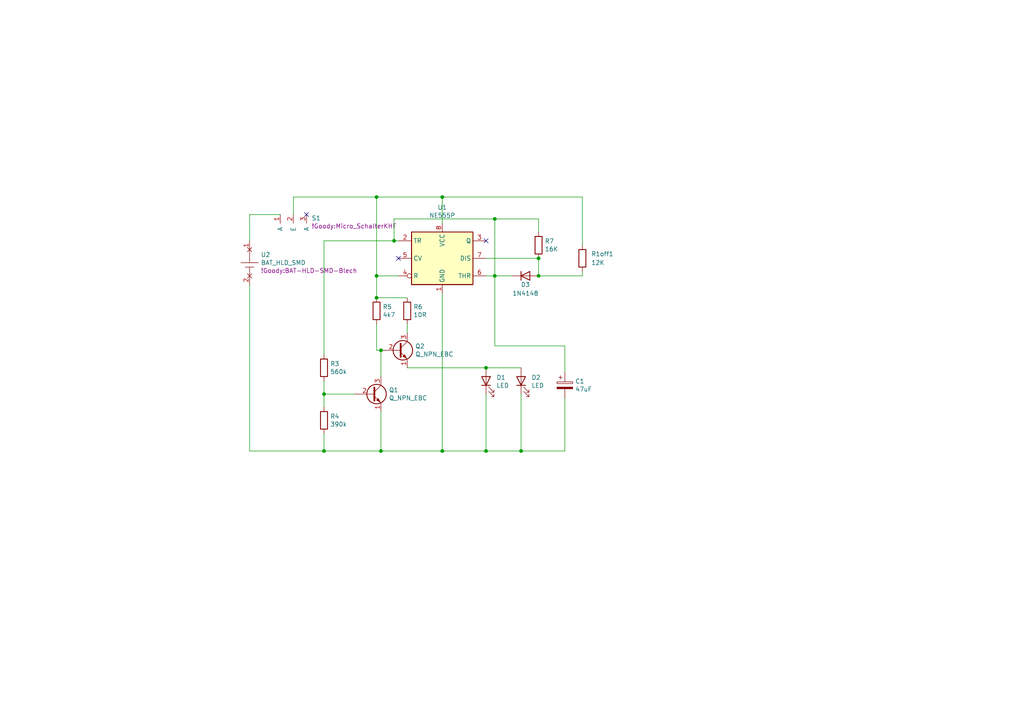
<source format=kicad_sch>
(kicad_sch (version 20230121) (generator eeschema)
  (paper "A4")
  (lib_symbols
    (symbol "!Goody:BAT_HLD_SMD" (pin_names (offset 1.016))
      (property "Reference" "U" (at -5.08 0 0))
      (property "Value" "BAT_HLD_SMD" (at -10.16 3.81 0))
      (property "Footprint" "KHF_LIB:BAT-HLD-SMD" (at -15.24 6.35 0))
      (symbol "BAT_HLD_SMD_0_1"
        (rectangle (start -1.27 -1.27) (end 1.27 -1.27))
        (rectangle (start -1.27 0) (end -2.54 0))
        (rectangle (start -1.27 0) (end 1.27 0))
        (polyline (pts (xy 0 -3.81) (xy 0 -1.27)))
        (polyline (pts (xy 0 0) (xy 0 3.81)))
        (polyline (pts (xy 1.27 0) (xy 2.54 0)))
      )
      (symbol "BAT_HLD_SMD_1_1"
        (pin power_out non_logic (at 0 6.35 270) (length 2.54) (name "~") (number "1"))
        (pin power_out non_logic (at 0 -6.35 90) (length 2.54) (name "~") (number "2"))
      )
    )
    (symbol "!Goody:ELKO" (pin_numbers hide) (pin_names (offset 0.254))
      (property "Reference" "C" (at 0.635 2.54 0))
      (property "Value" "ELKO" (at 0.635 -2.54 0))
      (symbol "ELKO_0_1"
        (rectangle (start -2.286 0.508) (end 2.286 1.016))
        (polyline (pts (xy -1.778 2.286) (xy -0.762 2.286)))
        (polyline (pts (xy -1.27 2.794) (xy -1.27 1.778)))
        (rectangle (start 2.286 -0.508) (end -2.286 -1.016) (fill (type outline)))
      )
      (symbol "ELKO_1_1"
        (pin passive line (at 0 3.81 270) (length 2.794) (name "~") (number "1"))
        (pin passive line (at 0 -3.81 90) (length 2.794) (name "~") (number "2"))
      )
    )
    (symbol "!Goody:LED" (pin_numbers hide) (pin_names (offset 1.016) hide)
      (property "Reference" "D" (at 0 2.54 0))
      (property "Value" "LED" (at 2.54 -2.54 90))
      (symbol "LED_0_1"
        (polyline (pts (xy 0 -3.81) (xy 0 -1.27)))
        (polyline (pts (xy 1.27 -3.81) (xy -1.27 -3.81)) (stroke (width 0.254)))
        (polyline (pts (xy 1.27 -1.27) (xy -1.27 -1.27) (xy 0 -3.81) (xy 1.27 -1.27)) (stroke (width 0.254)))
        (polyline (pts (xy 0.762 -5.588) (xy 2.286 -7.112) (xy 2.286 -6.35) (xy 2.286 -7.112) (xy 1.524 -7.112)))
        (polyline (pts (xy 0.762 -4.318) (xy 2.286 -5.842) (xy 2.286 -5.08) (xy 2.286 -5.842) (xy 1.524 -5.842)))
      )
      (symbol "LED_1_1"
        (pin passive line (at 0 -6.35 90) (length 2.54) (name "K") (number "1"))
        (pin passive line (at 0 1.27 270) (length 2.54) (name "A") (number "2"))
      )
    )
    (symbol "!Goody:Micro_Schalter" (pin_names (offset 1.016))
      (property "Reference" "S" (at 0 0 0))
      (property "Footprint" "KHF_LIB:Micro_SchalterKHF" (at 0 0 0))
      (symbol "Micro_Schalter_1_1"
        (pin passive line (at -3.81 -2.54 270) (length 2.54) (name "A") (number "1"))
        (pin passive line (at 0 -2.54 270) (length 2.54) (name "E") (number "2"))
        (pin passive line (at 3.81 -2.54 270) (length 2.54) (name "A") (number "3"))
      )
    )
    (symbol "!Goody:R" (pin_numbers hide) (pin_names (offset 0))
      (property "Reference" "R" (at 2.032 0 90))
      (property "Value" "R" (at 0 0 90))
      (symbol "R_0_1"
        (rectangle (start -1.016 -2.54) (end 1.016 2.54) (stroke (width 0.254)))
      )
      (symbol "R_1_1"
        (pin passive line (at 0 3.81 270) (length 1.27) (name "~") (number "1"))
        (pin passive line (at 0 -3.81 90) (length 1.27) (name "~") (number "2"))
      )
    )
    (symbol "Device:Q_NPN_EBC" (pin_names (offset 0) hide)
      (property "Reference" "Q" (at 5.08 1.27 0))
      (property "Value" "Q_NPN_EBC" (at 5.08 -1.27 0))
      (symbol "Q_NPN_EBC_0_1"
        (polyline (pts (xy 0.635 0.635) (xy 2.54 2.54)))
        (polyline (pts (xy 0.635 -0.635) (xy 2.54 -2.54) (xy 2.54 -2.54)))
        (polyline (pts (xy 0.635 1.905) (xy 0.635 -1.905) (xy 0.635 -1.905)) (stroke (width 0.508)))
        (polyline (pts (xy 1.27 -1.778) (xy 1.778 -1.27) (xy 2.286 -2.286) (xy 1.27 -1.778) (xy 1.27 -1.778)) (fill (type outline)))
        (circle (center 1.27 0) (radius 2.8194) (stroke (width 0.254)))
      )
      (symbol "Q_NPN_EBC_1_1"
        (pin passive line (at 2.54 -5.08 90) (length 2.54) (name "E") (number "1"))
        (pin passive line (at -5.08 0 0) (length 5.715) (name "B") (number "2"))
        (pin passive line (at 2.54 5.08 270) (length 2.54) (name "C") (number "3"))
      )
    )
    (symbol "Diode:1N4148" (pin_numbers hide) (pin_names hide)
      (property "Reference" "D" (at 0 2.54 0))
      (property "Value" "1N4148" (at 0 -2.54 0))
      (symbol "1N4148_0_1"
        (polyline (pts (xy -1.27 1.27) (xy -1.27 -1.27)) (stroke (width 0.254)))
        (polyline (pts (xy 1.27 0) (xy -1.27 0)))
        (polyline (pts (xy 1.27 1.27) (xy 1.27 -1.27) (xy -1.27 0) (xy 1.27 1.27)) (stroke (width 0.254)))
      )
      (symbol "1N4148_1_1"
        (pin passive line (at -3.81 0 0) (length 2.54) (name "K") (number "1"))
        (pin passive line (at 3.81 0 180) (length 2.54) (name "A") (number "2"))
      )
    )
    (symbol "Timer:NE555P"
      (property "Reference" "U" (at -10.16 8.89 0))
      (property "Value" "NE555P" (at 2.54 8.89 0))
      (symbol "NE555P_0_0"
        (pin power_in line (at 0 -10.16 90) (length 2.54) (name "GND") (number "1"))
        (pin power_in line (at 0 10.16 270) (length 2.54) (name "VCC") (number "8"))
      )
      (symbol "NE555P_0_1"
        (rectangle (start -8.89 -7.62) (end 8.89 7.62) (stroke (width 0.254)) (fill (type background)))
        (rectangle (start -8.89 -7.62) (end 8.89 7.62) (stroke (width 0.254)) (fill (type background)))
      )
      (symbol "NE555P_1_1"
        (pin input line (at -12.7 5.08 0) (length 3.81) (name "TR") (number "2"))
        (pin output line (at 12.7 5.08 180) (length 3.81) (name "Q") (number "3"))
        (pin input inverted (at -12.7 -5.08 0) (length 3.81) (name "R") (number "4"))
        (pin input line (at -12.7 0 0) (length 3.81) (name "CV") (number "5"))
        (pin input line (at 12.7 -5.08 180) (length 3.81) (name "THR") (number "6"))
        (pin input line (at 12.7 0 180) (length 3.81) (name "DIS") (number "7"))
      )
    )
  )
  (junction (at 156.21 80.01))
  (junction (at 109.22 80.01))
  (junction (at 109.22 86.36))
  (junction (at 109.22 57.15))
  (junction (at 110.49 130.81))
  (junction (at 93.98 130.81))
  (junction (at 114.3 69.85))
  (junction (at 128.27 130.81))
  (junction (at 128.27 57.15))
  (junction (at 143.51 63.5))
  (junction (at 93.98 114.3))
  (junction (at 110.49 101.6))
  (junction (at 156.21 74.93))
  (junction (at 151.13 130.81))
  (junction (at 140.97 130.81))
  (junction (at 140.97 106.68))
  (junction (at 143.51 80.01))
  (no_connect (at 88.9 62.23))
  (no_connect (at 140.97 69.85))
  (no_connect (at 115.57 74.93))
  (wire (pts (xy 109.22 57.15) (xy 128.27 57.15)))
  (wire (pts (xy 156.21 80.01) (xy 168.91 80.01)))
  (wire (pts (xy 118.11 96.52) (xy 118.11 93.98)))
  (wire (pts (xy 118.11 86.36) (xy 109.22 86.36)))
  (wire (pts (xy 93.98 69.85) (xy 114.3 69.85)))
  (wire (pts (xy 93.98 125.73) (xy 93.98 130.81)))
  (wire (pts (xy 143.51 100.33) (xy 163.83 100.33)))
  (wire (pts (xy 72.39 82.55) (xy 72.39 130.81)))
  (wire (pts (xy 156.21 63.5) (xy 143.51 63.5)))
  (wire (pts (xy 72.39 130.81) (xy 93.98 130.81)))
  (wire (pts (xy 109.22 101.6) (xy 110.49 101.6)))
  (wire (pts (xy 93.98 118.11) (xy 93.98 114.3)))
  (wire (pts (xy 143.51 80.01) (xy 143.51 100.33)))
  (wire (pts (xy 109.22 86.36) (xy 109.22 80.01)))
  (wire (pts (xy 168.91 57.15) (xy 168.91 71.12)))
  (wire (pts (xy 72.39 62.23) (xy 81.28 62.23)))
  (wire (pts (xy 140.97 106.68) (xy 151.13 106.68)))
  (wire (pts (xy 93.98 114.3) (xy 93.98 110.49)))
  (wire (pts (xy 128.27 57.15) (xy 128.27 64.77)))
  (wire (pts (xy 140.97 106.68) (xy 118.11 106.68)))
  (wire (pts (xy 85.09 62.23) (xy 85.09 57.15)))
  (wire (pts (xy 128.27 57.15) (xy 168.91 57.15)))
  (wire (pts (xy 163.83 130.81) (xy 151.13 130.81)))
  (wire (pts (xy 93.98 130.81) (xy 110.49 130.81)))
  (wire (pts (xy 110.49 130.81) (xy 128.27 130.81)))
  (wire (pts (xy 163.83 100.33) (xy 163.83 107.95)))
  (wire (pts (xy 72.39 69.85) (xy 72.39 62.23)))
  (wire (pts (xy 128.27 130.81) (xy 140.97 130.81)))
  (wire (pts (xy 110.49 119.38) (xy 110.49 130.81)))
  (wire (pts (xy 140.97 130.81) (xy 151.13 130.81)))
  (wire (pts (xy 140.97 74.93) (xy 156.21 74.93)))
  (wire (pts (xy 148.59 80.01) (xy 143.51 80.01)))
  (wire (pts (xy 140.97 114.3) (xy 140.97 130.81)))
  (wire (pts (xy 156.21 67.31) (xy 156.21 63.5)))
  (wire (pts (xy 110.49 101.6) (xy 110.49 109.22)))
  (wire (pts (xy 163.83 115.57) (xy 163.83 130.81)))
  (wire (pts (xy 93.98 69.85) (xy 93.98 102.87)))
  (wire (pts (xy 156.21 74.93) (xy 156.21 80.01)))
  (wire (pts (xy 143.51 63.5) (xy 114.3 63.5)))
  (wire (pts (xy 109.22 80.01) (xy 109.22 57.15)))
  (wire (pts (xy 115.57 80.01) (xy 109.22 80.01)))
  (wire (pts (xy 168.91 80.01) (xy 168.91 78.74)))
  (wire (pts (xy 114.3 69.85) (xy 115.57 69.85)))
  (wire (pts (xy 85.09 57.15) (xy 109.22 57.15)))
  (wire (pts (xy 143.51 80.01) (xy 143.51 63.5)))
  (wire (pts (xy 102.87 114.3) (xy 93.98 114.3)))
  (wire (pts (xy 143.51 80.01) (xy 140.97 80.01)))
  (wire (pts (xy 109.22 93.98) (xy 109.22 101.6)))
  (wire (pts (xy 128.27 85.09) (xy 128.27 130.81)))
  (wire (pts (xy 151.13 130.81) (xy 151.13 114.3)))
  (wire (pts (xy 114.3 63.5) (xy 114.3 69.85)))
  (symbol (lib_id "Timer:NE555P") (at 128.27 74.93 0) (unit 1)
    (property "Reference" "U1" (at 128.27 60.1726 0))
    (property "Value" "NE555P" (at 128.27 62.484 0))
    (property "Footprint" "Package_DIP:DIP-8_W7.62mm" (effects hide))
    (property "Datasheet" "http://www.ti.com/lit/ds/symlink/ne555.pdf" (effects hide))
  )
  (symbol (lib_id "Diode:1N4148") (at 152.4 80.01 0) (unit 1)
    (property "Reference" "D3" (at 152.4 82.55 0))
    (property "Value" "1N4148" (at 152.4 85.09 0))
    (property "Footprint" "Diode_THT:D_DO-35_SOD27_P7.62mm_Horizontal" (effects hide))
    (property "Datasheet" "https://assets.nexperia.com/documents/data-sheet/1N4148_1N4448.pdf" (effects hide))
  )
  (symbol (lib_id "!Goody:ELKO") (at 163.83 111.76 0) (unit 1)
    (property "Reference" "C1" (at 166.8272 110.5916 0) (effects (justify left)))
    (property "Value" "47uF" (at 166.8272 112.903 0) (effects (justify left)))
    (property "Footprint" "Capacitor_THT:CP_Radial_D6.3mm_P2.50mm" (effects hide))
  )
  (symbol (lib_id "!Goody:R") (at 93.98 106.68 0) (unit 1)
    (property "Reference" "R3" (at 95.758 105.5116 0) (effects (justify left)))
    (property "Value" "560k" (at 95.758 107.823 0) (effects (justify left)))
    (property "Footprint" "Resistor_THT:R_Axial_DIN0207_L6.3mm_D2.5mm_P10.16mm_Horizontal" (effects hide))
  )
  (symbol (lib_id "!Goody:R") (at 93.98 121.92 0) (unit 1)
    (property "Reference" "R4" (at 95.758 120.7516 0) (effects (justify left)))
    (property "Value" "390k" (at 95.758 123.063 0) (effects (justify left)))
    (property "Footprint" "Resistor_THT:R_Axial_DIN0207_L6.3mm_D2.5mm_P10.16mm_Horizontal" (effects hide))
  )
  (symbol (lib_id "Device:Q_NPN_EBC") (at 107.95 114.3 0) (unit 1)
    (property "Reference" "Q1" (at 112.8014 113.1316 0) (effects (justify left)))
    (property "Value" "Q_NPN_EBC" (at 112.8014 115.443 0) (effects (justify left)))
    (property "Footprint" "!Goody:TO-92L_Wide" (effects hide))
  )
  (symbol (lib_id "Device:Q_NPN_EBC") (at 115.57 101.6 0) (unit 1)
    (property "Reference" "Q2" (at 120.4214 100.4316 0) (effects (justify left)))
    (property "Value" "Q_NPN_EBC" (at 120.4214 102.743 0) (effects (justify left)))
    (property "Footprint" "!Goody:TO-92L_Wide" (effects hide))
  )
  (symbol (lib_id "!Goody:LED") (at 140.97 107.95 0) (unit 1)
    (property "Reference" "D1" (at 143.9672 109.4994 0) (effects (justify left)))
    (property "Value" "LED" (at 143.9672 111.8108 0) (effects (justify left)))
    (property "Footprint" "!Goody:LED-Eule" (effects hide))
  )
  (symbol (lib_id "!Goody:LED") (at 151.13 107.95 0) (unit 1)
    (property "Reference" "D2" (at 154.1272 109.4994 0) (effects (justify left)))
    (property "Value" "LED" (at 154.1272 111.8108 0) (effects (justify left)))
    (property "Footprint" "!Goody:LED-Eule" (effects hide))
  )
  (symbol (lib_id "!Goody:BAT_HLD_SMD") (at 72.39 76.2 0) (unit 1)
    (property "Reference" "U2" (at 75.6412 73.8886 0) (effects (justify left)))
    (property "Value" "BAT_HLD_SMD" (at 75.6412 76.2 0) (effects (justify left)))
    (property "Footprint" "!Goody:BAT-HLD-SMD-Blech" (at 75.6412 78.5114 0) (effects (justify left)))
  )
  (symbol (lib_id "!Goody:Micro_Schalter") (at 85.09 59.69 0) (unit 1)
    (property "Reference" "S1" (at 90.3732 63.2714 0) (effects (justify left)))
    (property "Value" "Micro_Schalter" (effects hide))
    (property "Footprint" "!Goody:Micro_SchalterKHF" (at 90.3732 65.5828 0) (effects (justify left)))
  )
  (symbol (lib_id "!Goody:R") (at 118.11 90.17 0) (unit 1)
    (property "Reference" "R6" (at 119.888 89.0016 0) (effects (justify left)))
    (property "Value" "10R" (at 119.888 91.313 0) (effects (justify left)))
    (property "Footprint" "Resistor_THT:R_Axial_DIN0207_L6.3mm_D2.5mm_P10.16mm_Horizontal" (effects hide))
  )
  (symbol (lib_id "!Goody:R") (at 109.22 90.17 0) (unit 1)
    (property "Reference" "R5" (at 110.998 89.0016 0) (effects (justify left)))
    (property "Value" "4k7" (at 110.998 91.313 0) (effects (justify left)))
    (property "Footprint" "Resistor_THT:R_Axial_DIN0207_L6.3mm_D2.5mm_P10.16mm_Horizontal" (effects hide))
  )
  (symbol (lib_id "!Goody:R") (at 156.21 71.12 0) (unit 1)
    (property "Reference" "R7" (at 157.988 69.9516 0) (effects (justify left)))
    (property "Value" "16K" (at 157.988 72.263 0) (effects (justify left)))
    (property "Footprint" "Resistor_THT:R_Axial_DIN0207_L6.3mm_D2.5mm_P10.16mm_Horizontal" (effects hide))
  )
  (symbol (lib_id "!Goody:R") (at 168.91 74.93 0) (unit 1)
    (property "Reference" "R1off1" (at 171.45 73.66 0) (effects (justify left)))
    (property "Value" "12K" (at 171.45 76.2 0) (effects (justify left)))
    (property "Footprint" "Resistor_THT:R_Axial_DIN0207_L6.3mm_D2.5mm_P10.16mm_Horizontal" (effects hide))
  )
)
</source>
